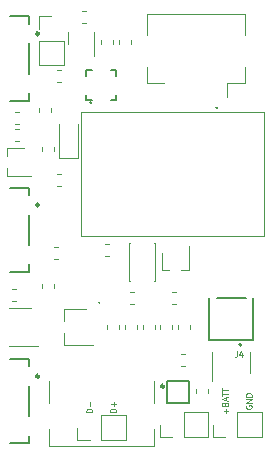
<source format=gbr>
%TF.GenerationSoftware,KiCad,Pcbnew,(5.99.0-2309-gaf729d578)*%
%TF.CreationDate,2020-09-26T21:13:40-04:00*%
%TF.ProjectId,mk2,6d6b322e-6b69-4636-9164-5f7063625858,rev?*%
%TF.SameCoordinates,Original*%
%TF.FileFunction,Legend,Top*%
%TF.FilePolarity,Positive*%
%FSLAX46Y46*%
G04 Gerber Fmt 4.6, Leading zero omitted, Abs format (unit mm)*
G04 Created by KiCad (PCBNEW (5.99.0-2309-gaf729d578)) date 2020-09-26 21:13:40*
%MOMM*%
%LPD*%
G01*
G04 APERTURE LIST*
%ADD10C,0.125000*%
%ADD11C,0.015000*%
%ADD12C,0.120000*%
%ADD13C,0.127000*%
%ADD14C,0.150000*%
%ADD15C,0.200000*%
%ADD16C,0.050000*%
%ADD17C,0.250000*%
%ADD18C,0.100000*%
G04 APERTURE END LIST*
D10*
X20726190Y-46690476D02*
X20226190Y-46690476D01*
X20226190Y-46571428D01*
X20250000Y-46500000D01*
X20297619Y-46452380D01*
X20345238Y-46428571D01*
X20440476Y-46404761D01*
X20511904Y-46404761D01*
X20607142Y-46428571D01*
X20654761Y-46452380D01*
X20702380Y-46500000D01*
X20726190Y-46571428D01*
X20726190Y-46690476D01*
X20535714Y-46190476D02*
X20535714Y-45809523D01*
X22726190Y-46690476D02*
X22226190Y-46690476D01*
X22226190Y-46571428D01*
X22250000Y-46500000D01*
X22297619Y-46452380D01*
X22345238Y-46428571D01*
X22440476Y-46404761D01*
X22511904Y-46404761D01*
X22607142Y-46428571D01*
X22654761Y-46452380D01*
X22702380Y-46500000D01*
X22726190Y-46571428D01*
X22726190Y-46690476D01*
X22535714Y-46190476D02*
X22535714Y-45809523D01*
X22726190Y-46000000D02*
X22345238Y-46000000D01*
X32035714Y-46785714D02*
X32035714Y-46404761D01*
X32226190Y-46595238D02*
X31845238Y-46595238D01*
X31964285Y-46000000D02*
X31988095Y-45928571D01*
X32011904Y-45904761D01*
X32059523Y-45880952D01*
X32130952Y-45880952D01*
X32178571Y-45904761D01*
X32202380Y-45928571D01*
X32226190Y-45976190D01*
X32226190Y-46166666D01*
X31726190Y-46166666D01*
X31726190Y-46000000D01*
X31750000Y-45952380D01*
X31773809Y-45928571D01*
X31821428Y-45904761D01*
X31869047Y-45904761D01*
X31916666Y-45928571D01*
X31940476Y-45952380D01*
X31964285Y-46000000D01*
X31964285Y-46166666D01*
X32083333Y-45690476D02*
X32083333Y-45452380D01*
X32226190Y-45738095D02*
X31726190Y-45571428D01*
X32226190Y-45404761D01*
X31726190Y-45309523D02*
X31726190Y-45023809D01*
X32226190Y-45166666D02*
X31726190Y-45166666D01*
X31726190Y-44928571D02*
X31726190Y-44642857D01*
X32226190Y-44785714D02*
X31726190Y-44785714D01*
X33750000Y-46130952D02*
X33726190Y-46178571D01*
X33726190Y-46250000D01*
X33750000Y-46321428D01*
X33797619Y-46369047D01*
X33845238Y-46392857D01*
X33940476Y-46416666D01*
X34011904Y-46416666D01*
X34107142Y-46392857D01*
X34154761Y-46369047D01*
X34202380Y-46321428D01*
X34226190Y-46250000D01*
X34226190Y-46202380D01*
X34202380Y-46130952D01*
X34178571Y-46107142D01*
X34011904Y-46107142D01*
X34011904Y-46202380D01*
X34226190Y-45892857D02*
X33726190Y-45892857D01*
X34226190Y-45607142D01*
X33726190Y-45607142D01*
X34226190Y-45369047D02*
X33726190Y-45369047D01*
X33726190Y-45250000D01*
X33750000Y-45178571D01*
X33797619Y-45130952D01*
X33845238Y-45107142D01*
X33940476Y-45083333D01*
X34011904Y-45083333D01*
X34107142Y-45107142D01*
X34154761Y-45130952D01*
X34202380Y-45178571D01*
X34226190Y-45250000D01*
X34226190Y-45369047D01*
D11*
%TO.C,J4*%
X32975971Y-41552159D02*
X32975971Y-41895716D01*
X32953067Y-41964427D01*
X32907259Y-42010235D01*
X32838548Y-42033139D01*
X32792740Y-42033139D01*
X33411143Y-41712485D02*
X33411143Y-42033139D01*
X33296624Y-41529255D02*
X33182105Y-41872812D01*
X33479855Y-41872812D01*
D12*
%TO.C,J6*%
X19440000Y-49060000D02*
X19440000Y-48000000D01*
X20500000Y-49060000D02*
X19440000Y-49060000D01*
X21500000Y-49060000D02*
X21500000Y-46940000D01*
X21500000Y-46940000D02*
X23560000Y-46940000D01*
X21500000Y-49060000D02*
X23560000Y-49060000D01*
X23560000Y-49060000D02*
X23560000Y-46940000D01*
%TO.C,U1*%
X20860000Y-16500000D02*
X20860000Y-14500000D01*
X18640000Y-15500000D02*
X18640000Y-14500000D01*
%TO.C,J5*%
X26440000Y-48810000D02*
X26440000Y-47750000D01*
X27500000Y-48810000D02*
X26440000Y-48810000D01*
X28500000Y-48810000D02*
X28500000Y-46690000D01*
X28500000Y-46690000D02*
X30560000Y-46690000D01*
X28500000Y-48810000D02*
X30560000Y-48810000D01*
X30560000Y-48810000D02*
X30560000Y-46690000D01*
%TO.C,C8*%
X18046267Y-17740000D02*
X17703733Y-17740000D01*
X18046267Y-18760000D02*
X17703733Y-18760000D01*
%TO.C,C6*%
X22510000Y-15546267D02*
X22510000Y-15203733D01*
X21490000Y-15546267D02*
X21490000Y-15203733D01*
%TO.C,C5*%
X20171267Y-12740000D02*
X19828733Y-12740000D01*
X20171267Y-13760000D02*
X19828733Y-13760000D01*
%TO.C,J3*%
X16190000Y-13190000D02*
X17250000Y-13190000D01*
X16190000Y-14250000D02*
X16190000Y-13190000D01*
X16190000Y-15250000D02*
X18310000Y-15250000D01*
X18310000Y-15250000D02*
X18310000Y-17310000D01*
X16190000Y-15250000D02*
X16190000Y-17310000D01*
X16190000Y-17310000D02*
X18310000Y-17310000D01*
%TO.C,BT1*%
X30940000Y-48810000D02*
X30940000Y-47750000D01*
X32000000Y-48810000D02*
X30940000Y-48810000D01*
X33000000Y-48810000D02*
X33000000Y-46690000D01*
X33000000Y-46690000D02*
X35060000Y-46690000D01*
X33000000Y-48810000D02*
X35060000Y-48810000D01*
X35060000Y-48810000D02*
X35060000Y-46690000D01*
D13*
%TO.C,U4*%
X20230000Y-20270000D02*
X20230000Y-19800000D01*
X22770000Y-20270000D02*
X22770000Y-19800000D01*
X20230000Y-20270000D02*
X20700000Y-20270000D01*
X22770000Y-20270000D02*
X22300000Y-20270000D01*
X20230000Y-17730000D02*
X20230000Y-18200000D01*
X20230000Y-17730000D02*
X20700000Y-17730000D01*
X22770000Y-17730000D02*
X22770000Y-18200000D01*
X22770000Y-17730000D02*
X22300000Y-17730000D01*
D14*
X20675000Y-20500000D02*
G75*
G03*
X20675000Y-20500000I-75000J0D01*
G01*
D15*
%TO.C,J4*%
X33350000Y-41002000D02*
G75*
G03*
X33350000Y-41002000I-100000J0D01*
G01*
D13*
X33700000Y-37025000D02*
X31300000Y-37025000D01*
X30650000Y-40625000D02*
X30650000Y-37025000D01*
X34350000Y-40625000D02*
X30650000Y-40625000D01*
X34350000Y-37025000D02*
X34350000Y-40625000D01*
D12*
%TO.C,R16*%
X14546267Y-21240000D02*
X14203733Y-21240000D01*
X14546267Y-22260000D02*
X14203733Y-22260000D01*
%TO.C,R15*%
X14546267Y-22740000D02*
X14203733Y-22740000D01*
X14546267Y-23760000D02*
X14203733Y-23760000D01*
%TO.C,R14*%
X23953733Y-37510000D02*
X24296267Y-37510000D01*
X23953733Y-36490000D02*
X24296267Y-36490000D01*
%TO.C,R13*%
X27504733Y-37510000D02*
X27847267Y-37510000D01*
X27504733Y-36490000D02*
X27847267Y-36490000D01*
%TO.C,R12*%
X27510000Y-39671267D02*
X27510000Y-39328733D01*
X26490000Y-39671267D02*
X26490000Y-39328733D01*
%TO.C,R11*%
X23010000Y-39671267D02*
X23010000Y-39328733D01*
X21990000Y-39671267D02*
X21990000Y-39328733D01*
%TO.C,R9*%
X27990000Y-39328733D02*
X27990000Y-39671267D01*
X29010000Y-39328733D02*
X29010000Y-39671267D01*
%TO.C,R6*%
X21797733Y-33510000D02*
X22140267Y-33510000D01*
X21797733Y-32490000D02*
X22140267Y-32490000D01*
%TO.C,R4*%
X24990000Y-39328733D02*
X24990000Y-39671267D01*
X26010000Y-39328733D02*
X26010000Y-39671267D01*
%TO.C,R3*%
X23490000Y-39328733D02*
X23490000Y-39671267D01*
X24510000Y-39328733D02*
X24510000Y-39671267D01*
%TO.C,C20*%
X28546267Y-41740000D02*
X28203733Y-41740000D01*
X28546267Y-42760000D02*
X28203733Y-42760000D01*
%TO.C,C10*%
X30510000Y-45046267D02*
X30510000Y-44703733D01*
X29490000Y-45046267D02*
X29490000Y-44703733D01*
%TO.C,C9*%
X24010000Y-15546267D02*
X24010000Y-15203733D01*
X22990000Y-15546267D02*
X22990000Y-15203733D01*
%TO.C,C7*%
X17453733Y-33760000D02*
X17796267Y-33760000D01*
X17453733Y-32740000D02*
X17796267Y-32740000D01*
%TO.C,C4*%
X16490000Y-35828733D02*
X16490000Y-36171267D01*
X17510000Y-35828733D02*
X17510000Y-36171267D01*
%TO.C,C3*%
X18046267Y-26490000D02*
X17703733Y-26490000D01*
X18046267Y-27510000D02*
X17703733Y-27510000D01*
%TO.C,C2*%
X16490000Y-24203733D02*
X16490000Y-24546267D01*
X17510000Y-24203733D02*
X17510000Y-24546267D01*
%TO.C,C1*%
X16240000Y-20953733D02*
X16240000Y-21296267D01*
X17260000Y-20953733D02*
X17260000Y-21296267D01*
D16*
%TO.C,P1*%
X21395000Y-37425000D02*
G75*
G03*
X21395000Y-37425000I-70000J0D01*
G01*
D17*
%TO.C,U6*%
X26807000Y-44500000D02*
G75*
G03*
X26807000Y-44500000I-125000J0D01*
G01*
D14*
X28925000Y-45925000D02*
X27075000Y-45925000D01*
X28925000Y-44075000D02*
X28925000Y-45925000D01*
X27075000Y-44075000D02*
X28925000Y-44075000D01*
X27075000Y-45925000D02*
X27075000Y-44075000D01*
D12*
%TO.C,J1*%
X32160000Y-18800000D02*
X32160000Y-20000000D01*
X25350000Y-13000000D02*
X25350000Y-14740000D01*
X33650000Y-13000000D02*
X25350000Y-13000000D01*
X33650000Y-14740000D02*
X33650000Y-13000000D01*
X25350000Y-18800000D02*
X25350000Y-17460000D01*
X26840000Y-18800000D02*
X25350000Y-18800000D01*
X33650000Y-18800000D02*
X33650000Y-17460000D01*
X32160000Y-18800000D02*
X33650000Y-18800000D01*
%TO.C,Q4*%
X14930000Y-24340000D02*
X13520000Y-24340000D01*
X13520000Y-26660000D02*
X15550000Y-26660000D01*
X13520000Y-26660000D02*
X13520000Y-26000000D01*
X13520000Y-25000000D02*
X13520000Y-24340000D01*
%TO.C,J2*%
X17030000Y-44080000D02*
X17030000Y-45880000D01*
X17030000Y-49590000D02*
X17030000Y-48130000D01*
X25970000Y-49590000D02*
X25970000Y-48130000D01*
X25970000Y-44080000D02*
X25970000Y-45880000D01*
X25970000Y-49590000D02*
X17030000Y-49590000D01*
D14*
%TO.C,SW4*%
X13775000Y-42175000D02*
X15375000Y-42175000D01*
X13775000Y-49325000D02*
X15375000Y-49325000D01*
X15375000Y-48675000D02*
X15375000Y-49325000D01*
X15375000Y-44475000D02*
X15375000Y-47025000D01*
X15375000Y-42175000D02*
X15375000Y-42825000D01*
D17*
X16220000Y-43650000D02*
G75*
G03*
X16220000Y-43650000I-125000J0D01*
G01*
D14*
%TO.C,SW2*%
X13775000Y-13175000D02*
X15375000Y-13175000D01*
X13775000Y-20325000D02*
X15375000Y-20325000D01*
X15375000Y-19675000D02*
X15375000Y-20325000D01*
X15375000Y-15475000D02*
X15375000Y-18025000D01*
X15375000Y-13175000D02*
X15375000Y-13825000D01*
D17*
X16220000Y-14650000D02*
G75*
G03*
X16220000Y-14650000I-125000J0D01*
G01*
D14*
%TO.C,SW1*%
X13775000Y-27675000D02*
X15375000Y-27675000D01*
X13775000Y-34825000D02*
X15375000Y-34825000D01*
X15375000Y-34175000D02*
X15375000Y-34825000D01*
X15375000Y-29975000D02*
X15375000Y-32525000D01*
X15375000Y-27675000D02*
X15375000Y-28325000D01*
D17*
X16220000Y-29150000D02*
G75*
G03*
X16220000Y-29150000I-125000J0D01*
G01*
D12*
%TO.C,Q3*%
X26590000Y-33229000D02*
X26590000Y-34639000D01*
X28910000Y-34639000D02*
X28910000Y-32609000D01*
X28910000Y-34639000D02*
X28250000Y-34639000D01*
X27250000Y-34639000D02*
X26590000Y-34639000D01*
%TO.C,Y1*%
X19550000Y-25150000D02*
X19550000Y-22300000D01*
X17950000Y-25150000D02*
X19550000Y-25150000D01*
X17950000Y-22300000D02*
X17950000Y-25150000D01*
%TO.C,U3*%
X30890000Y-41600000D02*
X30890000Y-44050000D01*
X34110000Y-43400000D02*
X34110000Y-41600000D01*
%TO.C,U2*%
X13700000Y-41060000D02*
X16150000Y-41060000D01*
X15500000Y-37840000D02*
X13700000Y-37840000D01*
%TO.C,SW_RESET1*%
X23936000Y-32380000D02*
X23836000Y-32380000D01*
X23936000Y-35620000D02*
X23836000Y-35620000D01*
X23836000Y-32380000D02*
X23836000Y-35620000D01*
X26076000Y-32380000D02*
X25976000Y-32380000D01*
X26076000Y-35620000D02*
X25976000Y-35620000D01*
X26076000Y-32380000D02*
X26076000Y-35620000D01*
%TO.C,L1*%
X14296267Y-36240000D02*
X13953733Y-36240000D01*
X14296267Y-37260000D02*
X13953733Y-37260000D01*
D18*
%TO.C,IC1*%
X35250000Y-21250000D02*
X35250000Y-31750000D01*
X35250000Y-31750000D02*
X19750000Y-31750000D01*
X19750000Y-31750000D02*
X19750000Y-21250000D01*
X19750000Y-21250000D02*
X35250000Y-21250000D01*
X31300000Y-20900000D02*
X31300000Y-20900000D01*
X31200000Y-20900000D02*
X31200000Y-20900000D01*
X31200000Y-20900000D02*
G75*
G02*
X31300000Y-20900000I50000J0D01*
G01*
X31300000Y-20900000D02*
G75*
G02*
X31200000Y-20900000I-50000J0D01*
G01*
D12*
%TO.C,D1*%
X18380000Y-41010000D02*
X20810000Y-41010000D01*
X18360000Y-41000000D02*
X18360000Y-40000000D01*
X18360000Y-37950000D02*
X20210000Y-37950000D01*
X18360000Y-39000000D02*
X18360000Y-37950000D01*
%TD*%
M02*

</source>
